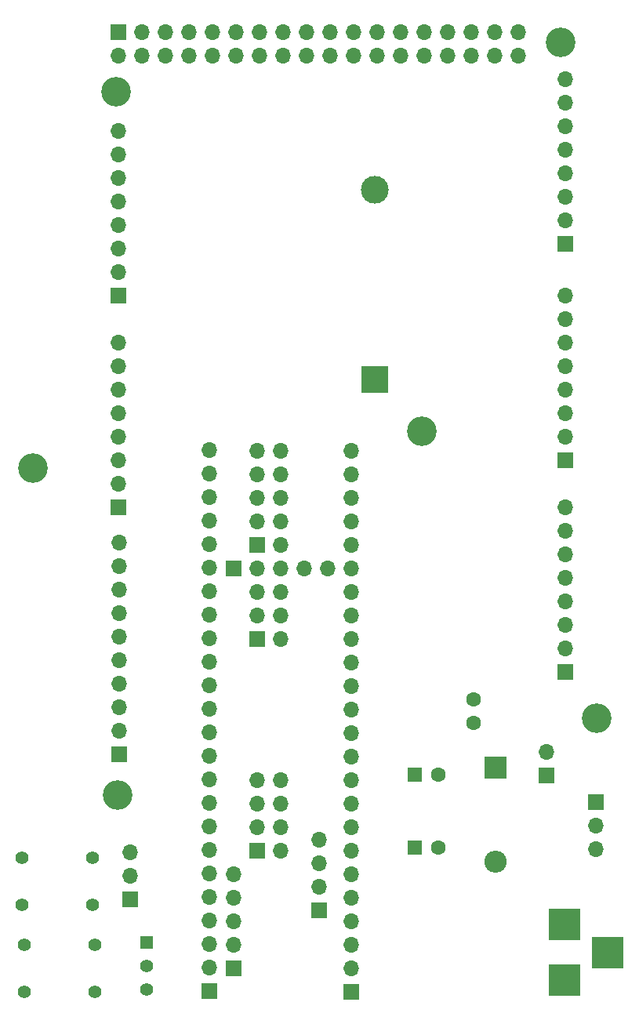
<source format=gbr>
G04 #@! TF.FileFunction,Soldermask,Bot*
%FSLAX46Y46*%
G04 Gerber Fmt 4.6, Leading zero omitted, Abs format (unit mm)*
G04 Created by KiCad (PCBNEW 4.0.6) date 06/05/17 03:56:48*
%MOMM*%
%LPD*%
G01*
G04 APERTURE LIST*
%ADD10C,0.100000*%
%ADD11C,3.200000*%
%ADD12R,1.600000X1.600000*%
%ADD13C,1.600000*%
%ADD14R,3.500000X3.500000*%
%ADD15R,2.400000X2.400000*%
%ADD16O,2.400000X2.400000*%
%ADD17R,1.700000X1.700000*%
%ADD18O,1.700000X1.700000*%
%ADD19C,1.397000*%
%ADD20R,1.397000X1.397000*%
%ADD21C,3.000000*%
%ADD22R,3.000000X3.000000*%
G04 APERTURE END LIST*
D10*
D11*
X100000000Y-105000000D03*
X160900000Y-132000000D03*
X109200000Y-140300000D03*
X142000000Y-101000000D03*
X157000000Y-59000000D03*
D12*
X141259000Y-145948000D03*
D13*
X143759000Y-145948000D03*
X147569000Y-132486000D03*
X147569000Y-129986000D03*
D12*
X141259000Y-138074000D03*
D13*
X143759000Y-138074000D03*
D14*
X157400000Y-154300000D03*
X157400000Y-160300000D03*
X162100000Y-157300000D03*
D15*
X149961000Y-137344000D03*
D16*
X149961000Y-147504000D03*
D17*
X109220000Y-86360000D03*
D18*
X109220000Y-83820000D03*
X109220000Y-81280000D03*
X109220000Y-78740000D03*
X109220000Y-76200000D03*
X109220000Y-73660000D03*
X109220000Y-71120000D03*
X109220000Y-68580000D03*
D17*
X109220000Y-109220000D03*
D18*
X109220000Y-106680000D03*
X109220000Y-104140000D03*
X109220000Y-101600000D03*
X109220000Y-99060000D03*
X109220000Y-96520000D03*
X109220000Y-93980000D03*
X109220000Y-91440000D03*
D17*
X109301000Y-135926000D03*
D18*
X109301000Y-133386000D03*
X109301000Y-130846000D03*
X109301000Y-128306000D03*
X109301000Y-125766000D03*
X109301000Y-123226000D03*
X109301000Y-120686000D03*
X109301000Y-118146000D03*
X109301000Y-115606000D03*
X109301000Y-113066000D03*
D17*
X110490000Y-151540000D03*
D18*
X110490000Y-149000000D03*
X110490000Y-146460000D03*
D17*
X119100000Y-161480000D03*
D18*
X119100000Y-158940000D03*
X119100000Y-156400000D03*
X119100000Y-153860000D03*
X119100000Y-151320000D03*
X119100000Y-148780000D03*
X119100000Y-146240000D03*
X119100000Y-143700000D03*
X119100000Y-141160000D03*
X119100000Y-138620000D03*
X119100000Y-136080000D03*
X119100000Y-133540000D03*
X119100000Y-131000000D03*
X119100000Y-128460000D03*
X119100000Y-125920000D03*
X119100000Y-123380000D03*
X119100000Y-120840000D03*
X119100000Y-118300000D03*
X119100000Y-115760000D03*
X119100000Y-113220000D03*
X119100000Y-110680000D03*
X119100000Y-108140000D03*
X119100000Y-105600000D03*
X119100000Y-103060000D03*
D17*
X124206000Y-113284000D03*
D18*
X126746000Y-113284000D03*
X124206000Y-110744000D03*
X126746000Y-110744000D03*
X124206000Y-108204000D03*
X126746000Y-108204000D03*
X124206000Y-105664000D03*
X126746000Y-105664000D03*
X124206000Y-103124000D03*
X126746000Y-103124000D03*
D17*
X121700000Y-159004000D03*
D18*
X121700000Y-156464000D03*
X121700000Y-153924000D03*
X121700000Y-151384000D03*
X121700000Y-148844000D03*
D17*
X124206000Y-146304000D03*
D18*
X126746000Y-146304000D03*
X124206000Y-143764000D03*
X126746000Y-143764000D03*
X124206000Y-141224000D03*
X126746000Y-141224000D03*
X124206000Y-138684000D03*
X126746000Y-138684000D03*
D17*
X130937000Y-152718000D03*
D18*
X130937000Y-150178000D03*
X130937000Y-147638000D03*
X130937000Y-145098000D03*
D17*
X109220000Y-57960000D03*
D18*
X109220000Y-60500000D03*
X111760000Y-57960000D03*
X111760000Y-60500000D03*
X114300000Y-57960000D03*
X114300000Y-60500000D03*
X116840000Y-57960000D03*
X116840000Y-60500000D03*
X119380000Y-57960000D03*
X119380000Y-60500000D03*
X121920000Y-57960000D03*
X121920000Y-60500000D03*
X124460000Y-57960000D03*
X124460000Y-60500000D03*
X127000000Y-57960000D03*
X127000000Y-60500000D03*
X129540000Y-57960000D03*
X129540000Y-60500000D03*
X132080000Y-57960000D03*
X132080000Y-60500000D03*
X134620000Y-57960000D03*
X134620000Y-60500000D03*
X137160000Y-57960000D03*
X137160000Y-60500000D03*
X139700000Y-57960000D03*
X139700000Y-60500000D03*
X142240000Y-57960000D03*
X142240000Y-60500000D03*
X144780000Y-57960000D03*
X144780000Y-60500000D03*
X147320000Y-57960000D03*
X147320000Y-60500000D03*
X149860000Y-57960000D03*
X149860000Y-60500000D03*
X152400000Y-57960000D03*
X152400000Y-60500000D03*
D17*
X134366000Y-161544000D03*
D18*
X134366000Y-159004000D03*
X134366000Y-156464000D03*
X134366000Y-153924000D03*
X134366000Y-151384000D03*
X134366000Y-148844000D03*
X134366000Y-146304000D03*
X134366000Y-143764000D03*
X134366000Y-141224000D03*
X134366000Y-138684000D03*
X134366000Y-136144000D03*
X134366000Y-133604000D03*
X134366000Y-131064000D03*
X134366000Y-128524000D03*
X134366000Y-125984000D03*
X134366000Y-123444000D03*
X134366000Y-120904000D03*
X134366000Y-118364000D03*
X134366000Y-115824000D03*
X134366000Y-113284000D03*
X134366000Y-110744000D03*
X134366000Y-108204000D03*
X134366000Y-105664000D03*
X134366000Y-103124000D03*
D17*
X157480000Y-80772000D03*
D18*
X157480000Y-78232000D03*
X157480000Y-75692000D03*
X157480000Y-73152000D03*
X157480000Y-70612000D03*
X157480000Y-68072000D03*
X157480000Y-65532000D03*
X157480000Y-62992000D03*
D17*
X157480000Y-104140000D03*
D18*
X157480000Y-101600000D03*
X157480000Y-99060000D03*
X157480000Y-96520000D03*
X157480000Y-93980000D03*
X157480000Y-91440000D03*
X157480000Y-88900000D03*
X157480000Y-86360000D03*
D17*
X157480000Y-127000000D03*
D18*
X157480000Y-124460000D03*
X157480000Y-121920000D03*
X157480000Y-119380000D03*
X157480000Y-116840000D03*
X157480000Y-114300000D03*
X157480000Y-111760000D03*
X157480000Y-109220000D03*
D17*
X124206000Y-123444000D03*
D18*
X126746000Y-123444000D03*
X124206000Y-120904000D03*
X126746000Y-120904000D03*
X124206000Y-118364000D03*
X126746000Y-118364000D03*
D17*
X121666000Y-115824000D03*
D18*
X124206000Y-115824000D03*
X126746000Y-115824000D03*
X129286000Y-115824000D03*
X131826000Y-115824000D03*
D19*
X106680000Y-156464000D03*
X106680000Y-161544000D03*
X99060000Y-156464000D03*
X99060000Y-161544000D03*
X106426000Y-147066000D03*
X106426000Y-152146000D03*
X98806000Y-147066000D03*
X98806000Y-152146000D03*
D20*
X112268000Y-156210000D03*
D19*
X112268000Y-158750000D03*
X112268000Y-161290000D03*
D21*
X136900000Y-74910000D03*
D22*
X136900000Y-95400000D03*
D11*
X109000000Y-64400000D03*
D17*
X160800000Y-141100000D03*
D18*
X160800000Y-143640000D03*
X160800000Y-146180000D03*
D17*
X155448000Y-138176000D03*
D18*
X155448000Y-135636000D03*
M02*

</source>
